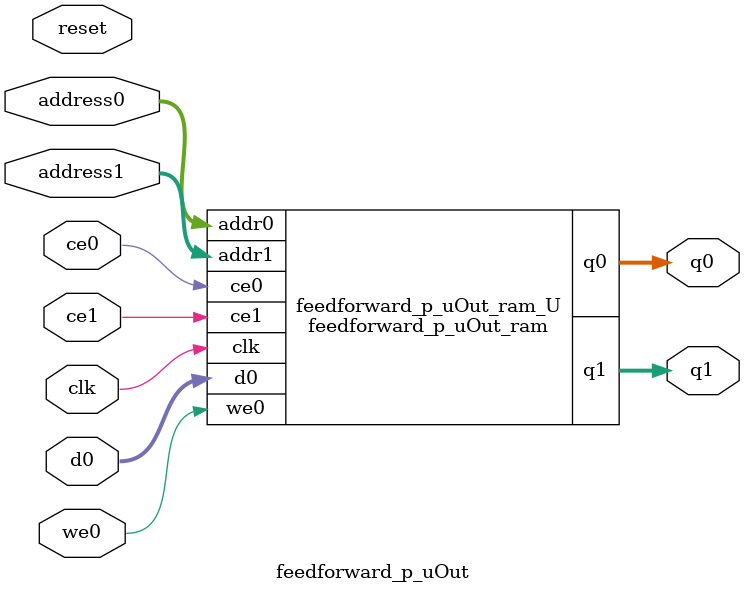
<source format=v>

`timescale 1 ns / 1 ps
module feedforward_p_uOut_ram (addr0, ce0, d0, we0, q0, addr1, ce1, q1,  clk);

parameter DWIDTH = 64;
parameter AWIDTH = 8;
parameter MEM_SIZE = 140;

input[AWIDTH-1:0] addr0;
input ce0;
input[DWIDTH-1:0] d0;
input we0;
output reg[DWIDTH-1:0] q0;
input[AWIDTH-1:0] addr1;
input ce1;
output reg[DWIDTH-1:0] q1;
input clk;

(* ram_style = "block" *)reg [DWIDTH-1:0] ram[MEM_SIZE-1:0];




always @(posedge clk)  
begin 
    if (ce0) 
    begin
        if (we0) 
        begin 
            ram[addr0] <= d0; 
            q0 <= d0;
        end 
        else 
            q0 <= ram[addr0];
    end
end


always @(posedge clk)  
begin 
    if (ce1) 
    begin
            q1 <= ram[addr1];
    end
end


endmodule


`timescale 1 ns / 1 ps
module feedforward_p_uOut(
    reset,
    clk,
    address0,
    ce0,
    we0,
    d0,
    q0,
    address1,
    ce1,
    q1);

parameter DataWidth = 32'd64;
parameter AddressRange = 32'd140;
parameter AddressWidth = 32'd8;
input reset;
input clk;
input[AddressWidth - 1:0] address0;
input ce0;
input we0;
input[DataWidth - 1:0] d0;
output[DataWidth - 1:0] q0;
input[AddressWidth - 1:0] address1;
input ce1;
output[DataWidth - 1:0] q1;



feedforward_p_uOut_ram feedforward_p_uOut_ram_U(
    .clk( clk ),
    .addr0( address0 ),
    .ce0( ce0 ),
    .d0( d0 ),
    .we0( we0 ),
    .q0( q0 ),
    .addr1( address1 ),
    .ce1( ce1 ),
    .q1( q1 ));

endmodule


</source>
